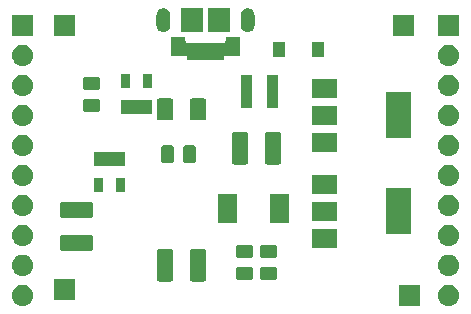
<source format=gbr>
G04 #@! TF.GenerationSoftware,KiCad,Pcbnew,(5.0.1)-3*
G04 #@! TF.CreationDate,2019-08-21T09:16:30-04:00*
G04 #@! TF.ProjectId,BMS Module,424D53204D6F64756C652E6B69636164,rev?*
G04 #@! TF.SameCoordinates,Original*
G04 #@! TF.FileFunction,Soldermask,Top*
G04 #@! TF.FilePolarity,Negative*
%FSLAX46Y46*%
G04 Gerber Fmt 4.6, Leading zero omitted, Abs format (unit mm)*
G04 Created by KiCad (PCBNEW (5.0.1)-3) date 8/21/2019 9:16:30 AM*
%MOMM*%
%LPD*%
G01*
G04 APERTURE LIST*
%ADD10C,0.100000*%
G04 APERTURE END LIST*
D10*
G36*
X101964443Y-72003519D02*
X102030627Y-72010037D01*
X102143853Y-72044384D01*
X102200467Y-72061557D01*
X102339087Y-72135652D01*
X102356991Y-72145222D01*
X102392729Y-72174552D01*
X102494186Y-72257814D01*
X102577448Y-72359271D01*
X102606778Y-72395009D01*
X102606779Y-72395011D01*
X102690443Y-72551533D01*
X102690443Y-72551534D01*
X102741963Y-72721373D01*
X102759359Y-72898000D01*
X102741963Y-73074627D01*
X102707616Y-73187853D01*
X102690443Y-73244467D01*
X102665570Y-73291000D01*
X102606778Y-73400991D01*
X102577448Y-73436729D01*
X102494186Y-73538186D01*
X102392729Y-73621448D01*
X102356991Y-73650778D01*
X102356989Y-73650779D01*
X102200467Y-73734443D01*
X102143853Y-73751616D01*
X102030627Y-73785963D01*
X101964443Y-73792481D01*
X101898260Y-73799000D01*
X101809740Y-73799000D01*
X101743557Y-73792481D01*
X101677373Y-73785963D01*
X101564147Y-73751616D01*
X101507533Y-73734443D01*
X101351011Y-73650779D01*
X101351009Y-73650778D01*
X101315271Y-73621448D01*
X101213814Y-73538186D01*
X101130552Y-73436729D01*
X101101222Y-73400991D01*
X101042430Y-73291000D01*
X101017557Y-73244467D01*
X101000384Y-73187853D01*
X100966037Y-73074627D01*
X100948641Y-72898000D01*
X100966037Y-72721373D01*
X101017557Y-72551534D01*
X101017557Y-72551533D01*
X101101221Y-72395011D01*
X101101222Y-72395009D01*
X101130552Y-72359271D01*
X101213814Y-72257814D01*
X101315271Y-72174552D01*
X101351009Y-72145222D01*
X101368913Y-72135652D01*
X101507533Y-72061557D01*
X101564147Y-72044384D01*
X101677373Y-72010037D01*
X101743557Y-72003519D01*
X101809740Y-71997000D01*
X101898260Y-71997000D01*
X101964443Y-72003519D01*
X101964443Y-72003519D01*
G37*
G36*
X99453000Y-73799000D02*
X97651000Y-73799000D01*
X97651000Y-71997000D01*
X99453000Y-71997000D01*
X99453000Y-73799000D01*
X99453000Y-73799000D01*
G37*
G36*
X65896443Y-72003519D02*
X65962627Y-72010037D01*
X66075853Y-72044384D01*
X66132467Y-72061557D01*
X66271087Y-72135652D01*
X66288991Y-72145222D01*
X66324729Y-72174552D01*
X66426186Y-72257814D01*
X66509448Y-72359271D01*
X66538778Y-72395009D01*
X66538779Y-72395011D01*
X66622443Y-72551533D01*
X66622443Y-72551534D01*
X66673963Y-72721373D01*
X66691359Y-72898000D01*
X66673963Y-73074627D01*
X66639616Y-73187853D01*
X66622443Y-73244467D01*
X66597570Y-73291000D01*
X66538778Y-73400991D01*
X66509448Y-73436729D01*
X66426186Y-73538186D01*
X66324729Y-73621448D01*
X66288991Y-73650778D01*
X66288989Y-73650779D01*
X66132467Y-73734443D01*
X66075853Y-73751616D01*
X65962627Y-73785963D01*
X65896443Y-73792481D01*
X65830260Y-73799000D01*
X65741740Y-73799000D01*
X65675557Y-73792481D01*
X65609373Y-73785963D01*
X65496147Y-73751616D01*
X65439533Y-73734443D01*
X65283011Y-73650779D01*
X65283009Y-73650778D01*
X65247271Y-73621448D01*
X65145814Y-73538186D01*
X65062552Y-73436729D01*
X65033222Y-73400991D01*
X64974430Y-73291000D01*
X64949557Y-73244467D01*
X64932384Y-73187853D01*
X64898037Y-73074627D01*
X64880641Y-72898000D01*
X64898037Y-72721373D01*
X64949557Y-72551534D01*
X64949557Y-72551533D01*
X65033221Y-72395011D01*
X65033222Y-72395009D01*
X65062552Y-72359271D01*
X65145814Y-72257814D01*
X65247271Y-72174552D01*
X65283009Y-72145222D01*
X65300913Y-72135652D01*
X65439533Y-72061557D01*
X65496147Y-72044384D01*
X65609373Y-72010037D01*
X65675557Y-72003519D01*
X65741740Y-71997000D01*
X65830260Y-71997000D01*
X65896443Y-72003519D01*
X65896443Y-72003519D01*
G37*
G36*
X70243000Y-73291000D02*
X68441000Y-73291000D01*
X68441000Y-71489000D01*
X70243000Y-71489000D01*
X70243000Y-73291000D01*
X70243000Y-73291000D01*
G37*
G36*
X78366604Y-68986347D02*
X78403145Y-68997432D01*
X78436820Y-69015431D01*
X78466341Y-69039659D01*
X78490569Y-69069180D01*
X78508568Y-69102855D01*
X78519653Y-69139396D01*
X78524000Y-69183538D01*
X78524000Y-71532462D01*
X78519653Y-71576604D01*
X78508568Y-71613145D01*
X78490569Y-71646820D01*
X78466341Y-71676341D01*
X78436820Y-71700569D01*
X78403145Y-71718568D01*
X78366604Y-71729653D01*
X78322462Y-71734000D01*
X77373538Y-71734000D01*
X77329396Y-71729653D01*
X77292855Y-71718568D01*
X77259180Y-71700569D01*
X77229659Y-71676341D01*
X77205431Y-71646820D01*
X77187432Y-71613145D01*
X77176347Y-71576604D01*
X77172000Y-71532462D01*
X77172000Y-69183538D01*
X77176347Y-69139396D01*
X77187432Y-69102855D01*
X77205431Y-69069180D01*
X77229659Y-69039659D01*
X77259180Y-69015431D01*
X77292855Y-68997432D01*
X77329396Y-68986347D01*
X77373538Y-68982000D01*
X78322462Y-68982000D01*
X78366604Y-68986347D01*
X78366604Y-68986347D01*
G37*
G36*
X81166604Y-68986347D02*
X81203145Y-68997432D01*
X81236820Y-69015431D01*
X81266341Y-69039659D01*
X81290569Y-69069180D01*
X81308568Y-69102855D01*
X81319653Y-69139396D01*
X81324000Y-69183538D01*
X81324000Y-71532462D01*
X81319653Y-71576604D01*
X81308568Y-71613145D01*
X81290569Y-71646820D01*
X81266341Y-71676341D01*
X81236820Y-71700569D01*
X81203145Y-71718568D01*
X81166604Y-71729653D01*
X81122462Y-71734000D01*
X80173538Y-71734000D01*
X80129396Y-71729653D01*
X80092855Y-71718568D01*
X80059180Y-71700569D01*
X80029659Y-71676341D01*
X80005431Y-71646820D01*
X79987432Y-71613145D01*
X79976347Y-71576604D01*
X79972000Y-71532462D01*
X79972000Y-69183538D01*
X79976347Y-69139396D01*
X79987432Y-69102855D01*
X80005431Y-69069180D01*
X80029659Y-69039659D01*
X80059180Y-69015431D01*
X80092855Y-68997432D01*
X80129396Y-68986347D01*
X80173538Y-68982000D01*
X81122462Y-68982000D01*
X81166604Y-68986347D01*
X81166604Y-68986347D01*
G37*
G36*
X87198466Y-70507565D02*
X87237137Y-70519296D01*
X87272779Y-70538348D01*
X87304017Y-70563983D01*
X87329652Y-70595221D01*
X87348704Y-70630863D01*
X87360435Y-70669534D01*
X87365000Y-70715888D01*
X87365000Y-71367112D01*
X87360435Y-71413466D01*
X87348704Y-71452137D01*
X87329652Y-71487779D01*
X87304017Y-71519017D01*
X87272779Y-71544652D01*
X87237137Y-71563704D01*
X87198466Y-71575435D01*
X87152112Y-71580000D01*
X86075888Y-71580000D01*
X86029534Y-71575435D01*
X85990863Y-71563704D01*
X85955221Y-71544652D01*
X85923983Y-71519017D01*
X85898348Y-71487779D01*
X85879296Y-71452137D01*
X85867565Y-71413466D01*
X85863000Y-71367112D01*
X85863000Y-70715888D01*
X85867565Y-70669534D01*
X85879296Y-70630863D01*
X85898348Y-70595221D01*
X85923983Y-70563983D01*
X85955221Y-70538348D01*
X85990863Y-70519296D01*
X86029534Y-70507565D01*
X86075888Y-70503000D01*
X87152112Y-70503000D01*
X87198466Y-70507565D01*
X87198466Y-70507565D01*
G37*
G36*
X85166466Y-70507565D02*
X85205137Y-70519296D01*
X85240779Y-70538348D01*
X85272017Y-70563983D01*
X85297652Y-70595221D01*
X85316704Y-70630863D01*
X85328435Y-70669534D01*
X85333000Y-70715888D01*
X85333000Y-71367112D01*
X85328435Y-71413466D01*
X85316704Y-71452137D01*
X85297652Y-71487779D01*
X85272017Y-71519017D01*
X85240779Y-71544652D01*
X85205137Y-71563704D01*
X85166466Y-71575435D01*
X85120112Y-71580000D01*
X84043888Y-71580000D01*
X83997534Y-71575435D01*
X83958863Y-71563704D01*
X83923221Y-71544652D01*
X83891983Y-71519017D01*
X83866348Y-71487779D01*
X83847296Y-71452137D01*
X83835565Y-71413466D01*
X83831000Y-71367112D01*
X83831000Y-70715888D01*
X83835565Y-70669534D01*
X83847296Y-70630863D01*
X83866348Y-70595221D01*
X83891983Y-70563983D01*
X83923221Y-70538348D01*
X83958863Y-70519296D01*
X83997534Y-70507565D01*
X84043888Y-70503000D01*
X85120112Y-70503000D01*
X85166466Y-70507565D01*
X85166466Y-70507565D01*
G37*
G36*
X101964442Y-69463518D02*
X102030627Y-69470037D01*
X102143853Y-69504384D01*
X102200467Y-69521557D01*
X102232703Y-69538788D01*
X102356991Y-69605222D01*
X102366199Y-69612779D01*
X102494186Y-69717814D01*
X102577448Y-69819271D01*
X102606778Y-69855009D01*
X102606779Y-69855011D01*
X102690443Y-70011533D01*
X102690443Y-70011534D01*
X102741963Y-70181373D01*
X102759359Y-70358000D01*
X102741963Y-70534627D01*
X102712770Y-70630863D01*
X102690443Y-70704467D01*
X102616348Y-70843087D01*
X102606778Y-70860991D01*
X102577448Y-70896729D01*
X102494186Y-70998186D01*
X102392729Y-71081448D01*
X102356991Y-71110778D01*
X102356989Y-71110779D01*
X102200467Y-71194443D01*
X102143853Y-71211616D01*
X102030627Y-71245963D01*
X101964442Y-71252482D01*
X101898260Y-71259000D01*
X101809740Y-71259000D01*
X101743558Y-71252482D01*
X101677373Y-71245963D01*
X101564147Y-71211616D01*
X101507533Y-71194443D01*
X101351011Y-71110779D01*
X101351009Y-71110778D01*
X101315271Y-71081448D01*
X101213814Y-70998186D01*
X101130552Y-70896729D01*
X101101222Y-70860991D01*
X101091652Y-70843087D01*
X101017557Y-70704467D01*
X100995230Y-70630863D01*
X100966037Y-70534627D01*
X100948641Y-70358000D01*
X100966037Y-70181373D01*
X101017557Y-70011534D01*
X101017557Y-70011533D01*
X101101221Y-69855011D01*
X101101222Y-69855009D01*
X101130552Y-69819271D01*
X101213814Y-69717814D01*
X101341801Y-69612779D01*
X101351009Y-69605222D01*
X101475297Y-69538788D01*
X101507533Y-69521557D01*
X101564147Y-69504384D01*
X101677373Y-69470037D01*
X101743558Y-69463518D01*
X101809740Y-69457000D01*
X101898260Y-69457000D01*
X101964442Y-69463518D01*
X101964442Y-69463518D01*
G37*
G36*
X65896442Y-69463518D02*
X65962627Y-69470037D01*
X66075853Y-69504384D01*
X66132467Y-69521557D01*
X66164703Y-69538788D01*
X66288991Y-69605222D01*
X66298199Y-69612779D01*
X66426186Y-69717814D01*
X66509448Y-69819271D01*
X66538778Y-69855009D01*
X66538779Y-69855011D01*
X66622443Y-70011533D01*
X66622443Y-70011534D01*
X66673963Y-70181373D01*
X66691359Y-70358000D01*
X66673963Y-70534627D01*
X66644770Y-70630863D01*
X66622443Y-70704467D01*
X66548348Y-70843087D01*
X66538778Y-70860991D01*
X66509448Y-70896729D01*
X66426186Y-70998186D01*
X66324729Y-71081448D01*
X66288991Y-71110778D01*
X66288989Y-71110779D01*
X66132467Y-71194443D01*
X66075853Y-71211616D01*
X65962627Y-71245963D01*
X65896442Y-71252482D01*
X65830260Y-71259000D01*
X65741740Y-71259000D01*
X65675558Y-71252482D01*
X65609373Y-71245963D01*
X65496147Y-71211616D01*
X65439533Y-71194443D01*
X65283011Y-71110779D01*
X65283009Y-71110778D01*
X65247271Y-71081448D01*
X65145814Y-70998186D01*
X65062552Y-70896729D01*
X65033222Y-70860991D01*
X65023652Y-70843087D01*
X64949557Y-70704467D01*
X64927230Y-70630863D01*
X64898037Y-70534627D01*
X64880641Y-70358000D01*
X64898037Y-70181373D01*
X64949557Y-70011534D01*
X64949557Y-70011533D01*
X65033221Y-69855011D01*
X65033222Y-69855009D01*
X65062552Y-69819271D01*
X65145814Y-69717814D01*
X65273801Y-69612779D01*
X65283009Y-69605222D01*
X65407297Y-69538788D01*
X65439533Y-69521557D01*
X65496147Y-69504384D01*
X65609373Y-69470037D01*
X65675558Y-69463518D01*
X65741740Y-69457000D01*
X65830260Y-69457000D01*
X65896442Y-69463518D01*
X65896442Y-69463518D01*
G37*
G36*
X85166466Y-68632565D02*
X85205137Y-68644296D01*
X85240779Y-68663348D01*
X85272017Y-68688983D01*
X85297652Y-68720221D01*
X85316704Y-68755863D01*
X85328435Y-68794534D01*
X85333000Y-68840888D01*
X85333000Y-69492112D01*
X85328435Y-69538466D01*
X85316704Y-69577137D01*
X85297652Y-69612779D01*
X85272017Y-69644017D01*
X85240779Y-69669652D01*
X85205137Y-69688704D01*
X85166466Y-69700435D01*
X85120112Y-69705000D01*
X84043888Y-69705000D01*
X83997534Y-69700435D01*
X83958863Y-69688704D01*
X83923221Y-69669652D01*
X83891983Y-69644017D01*
X83866348Y-69612779D01*
X83847296Y-69577137D01*
X83835565Y-69538466D01*
X83831000Y-69492112D01*
X83831000Y-68840888D01*
X83835565Y-68794534D01*
X83847296Y-68755863D01*
X83866348Y-68720221D01*
X83891983Y-68688983D01*
X83923221Y-68663348D01*
X83958863Y-68644296D01*
X83997534Y-68632565D01*
X84043888Y-68628000D01*
X85120112Y-68628000D01*
X85166466Y-68632565D01*
X85166466Y-68632565D01*
G37*
G36*
X87198466Y-68632565D02*
X87237137Y-68644296D01*
X87272779Y-68663348D01*
X87304017Y-68688983D01*
X87329652Y-68720221D01*
X87348704Y-68755863D01*
X87360435Y-68794534D01*
X87365000Y-68840888D01*
X87365000Y-69492112D01*
X87360435Y-69538466D01*
X87348704Y-69577137D01*
X87329652Y-69612779D01*
X87304017Y-69644017D01*
X87272779Y-69669652D01*
X87237137Y-69688704D01*
X87198466Y-69700435D01*
X87152112Y-69705000D01*
X86075888Y-69705000D01*
X86029534Y-69700435D01*
X85990863Y-69688704D01*
X85955221Y-69669652D01*
X85923983Y-69644017D01*
X85898348Y-69612779D01*
X85879296Y-69577137D01*
X85867565Y-69538466D01*
X85863000Y-69492112D01*
X85863000Y-68840888D01*
X85867565Y-68794534D01*
X85879296Y-68755863D01*
X85898348Y-68720221D01*
X85923983Y-68688983D01*
X85955221Y-68663348D01*
X85990863Y-68644296D01*
X86029534Y-68632565D01*
X86075888Y-68628000D01*
X87152112Y-68628000D01*
X87198466Y-68632565D01*
X87198466Y-68632565D01*
G37*
G36*
X71576604Y-67784347D02*
X71613145Y-67795432D01*
X71646820Y-67813431D01*
X71676341Y-67837659D01*
X71700569Y-67867180D01*
X71718568Y-67900855D01*
X71729653Y-67937396D01*
X71734000Y-67981538D01*
X71734000Y-68930462D01*
X71729653Y-68974604D01*
X71718568Y-69011145D01*
X71700569Y-69044820D01*
X71676341Y-69074341D01*
X71646820Y-69098569D01*
X71613145Y-69116568D01*
X71576604Y-69127653D01*
X71532462Y-69132000D01*
X69183538Y-69132000D01*
X69139396Y-69127653D01*
X69102855Y-69116568D01*
X69069180Y-69098569D01*
X69039659Y-69074341D01*
X69015431Y-69044820D01*
X68997432Y-69011145D01*
X68986347Y-68974604D01*
X68982000Y-68930462D01*
X68982000Y-67981538D01*
X68986347Y-67937396D01*
X68997432Y-67900855D01*
X69015431Y-67867180D01*
X69039659Y-67837659D01*
X69069180Y-67813431D01*
X69102855Y-67795432D01*
X69139396Y-67784347D01*
X69183538Y-67780000D01*
X71532462Y-67780000D01*
X71576604Y-67784347D01*
X71576604Y-67784347D01*
G37*
G36*
X92389000Y-68887000D02*
X90287000Y-68887000D01*
X90287000Y-67285000D01*
X92389000Y-67285000D01*
X92389000Y-68887000D01*
X92389000Y-68887000D01*
G37*
G36*
X65896443Y-66923519D02*
X65962627Y-66930037D01*
X66075853Y-66964384D01*
X66132467Y-66981557D01*
X66271087Y-67055652D01*
X66288991Y-67065222D01*
X66324729Y-67094552D01*
X66426186Y-67177814D01*
X66509448Y-67279271D01*
X66538778Y-67315009D01*
X66538779Y-67315011D01*
X66622443Y-67471533D01*
X66622443Y-67471534D01*
X66673963Y-67641373D01*
X66691359Y-67818000D01*
X66673963Y-67994627D01*
X66657044Y-68050400D01*
X66622443Y-68164467D01*
X66548348Y-68303087D01*
X66538778Y-68320991D01*
X66509448Y-68356729D01*
X66426186Y-68458186D01*
X66324729Y-68541448D01*
X66288991Y-68570778D01*
X66288989Y-68570779D01*
X66132467Y-68654443D01*
X66075853Y-68671616D01*
X65962627Y-68705963D01*
X65896443Y-68712481D01*
X65830260Y-68719000D01*
X65741740Y-68719000D01*
X65675557Y-68712481D01*
X65609373Y-68705963D01*
X65496147Y-68671616D01*
X65439533Y-68654443D01*
X65283011Y-68570779D01*
X65283009Y-68570778D01*
X65247271Y-68541448D01*
X65145814Y-68458186D01*
X65062552Y-68356729D01*
X65033222Y-68320991D01*
X65023652Y-68303087D01*
X64949557Y-68164467D01*
X64914956Y-68050400D01*
X64898037Y-67994627D01*
X64880641Y-67818000D01*
X64898037Y-67641373D01*
X64949557Y-67471534D01*
X64949557Y-67471533D01*
X65033221Y-67315011D01*
X65033222Y-67315009D01*
X65062552Y-67279271D01*
X65145814Y-67177814D01*
X65247271Y-67094552D01*
X65283009Y-67065222D01*
X65300913Y-67055652D01*
X65439533Y-66981557D01*
X65496147Y-66964384D01*
X65609373Y-66930037D01*
X65675557Y-66923519D01*
X65741740Y-66917000D01*
X65830260Y-66917000D01*
X65896443Y-66923519D01*
X65896443Y-66923519D01*
G37*
G36*
X101964443Y-66923519D02*
X102030627Y-66930037D01*
X102143853Y-66964384D01*
X102200467Y-66981557D01*
X102339087Y-67055652D01*
X102356991Y-67065222D01*
X102392729Y-67094552D01*
X102494186Y-67177814D01*
X102577448Y-67279271D01*
X102606778Y-67315009D01*
X102606779Y-67315011D01*
X102690443Y-67471533D01*
X102690443Y-67471534D01*
X102741963Y-67641373D01*
X102759359Y-67818000D01*
X102741963Y-67994627D01*
X102725044Y-68050400D01*
X102690443Y-68164467D01*
X102616348Y-68303087D01*
X102606778Y-68320991D01*
X102577448Y-68356729D01*
X102494186Y-68458186D01*
X102392729Y-68541448D01*
X102356991Y-68570778D01*
X102356989Y-68570779D01*
X102200467Y-68654443D01*
X102143853Y-68671616D01*
X102030627Y-68705963D01*
X101964443Y-68712481D01*
X101898260Y-68719000D01*
X101809740Y-68719000D01*
X101743557Y-68712481D01*
X101677373Y-68705963D01*
X101564147Y-68671616D01*
X101507533Y-68654443D01*
X101351011Y-68570779D01*
X101351009Y-68570778D01*
X101315271Y-68541448D01*
X101213814Y-68458186D01*
X101130552Y-68356729D01*
X101101222Y-68320991D01*
X101091652Y-68303087D01*
X101017557Y-68164467D01*
X100982956Y-68050400D01*
X100966037Y-67994627D01*
X100948641Y-67818000D01*
X100966037Y-67641373D01*
X101017557Y-67471534D01*
X101017557Y-67471533D01*
X101101221Y-67315011D01*
X101101222Y-67315009D01*
X101130552Y-67279271D01*
X101213814Y-67177814D01*
X101315271Y-67094552D01*
X101351009Y-67065222D01*
X101368913Y-67055652D01*
X101507533Y-66981557D01*
X101564147Y-66964384D01*
X101677373Y-66930037D01*
X101743557Y-66923519D01*
X101809740Y-66917000D01*
X101898260Y-66917000D01*
X101964443Y-66923519D01*
X101964443Y-66923519D01*
G37*
G36*
X98689000Y-67737000D02*
X96587000Y-67737000D01*
X96587000Y-63835000D01*
X98689000Y-63835000D01*
X98689000Y-67737000D01*
X98689000Y-67737000D01*
G37*
G36*
X83920000Y-66783000D02*
X82368000Y-66783000D01*
X82368000Y-64281000D01*
X83920000Y-64281000D01*
X83920000Y-66783000D01*
X83920000Y-66783000D01*
G37*
G36*
X88320000Y-66783000D02*
X86768000Y-66783000D01*
X86768000Y-64281000D01*
X88320000Y-64281000D01*
X88320000Y-66783000D01*
X88320000Y-66783000D01*
G37*
G36*
X92389000Y-66587000D02*
X90287000Y-66587000D01*
X90287000Y-64985000D01*
X92389000Y-64985000D01*
X92389000Y-66587000D01*
X92389000Y-66587000D01*
G37*
G36*
X71576604Y-64984347D02*
X71613145Y-64995432D01*
X71646820Y-65013431D01*
X71676341Y-65037659D01*
X71700569Y-65067180D01*
X71718568Y-65100855D01*
X71729653Y-65137396D01*
X71734000Y-65181538D01*
X71734000Y-66130462D01*
X71729653Y-66174604D01*
X71718568Y-66211145D01*
X71700569Y-66244820D01*
X71676341Y-66274341D01*
X71646820Y-66298569D01*
X71613145Y-66316568D01*
X71576604Y-66327653D01*
X71532462Y-66332000D01*
X69183538Y-66332000D01*
X69139396Y-66327653D01*
X69102855Y-66316568D01*
X69069180Y-66298569D01*
X69039659Y-66274341D01*
X69015431Y-66244820D01*
X68997432Y-66211145D01*
X68986347Y-66174604D01*
X68982000Y-66130462D01*
X68982000Y-65181538D01*
X68986347Y-65137396D01*
X68997432Y-65100855D01*
X69015431Y-65067180D01*
X69039659Y-65037659D01*
X69069180Y-65013431D01*
X69102855Y-64995432D01*
X69139396Y-64984347D01*
X69183538Y-64980000D01*
X71532462Y-64980000D01*
X71576604Y-64984347D01*
X71576604Y-64984347D01*
G37*
G36*
X65896443Y-64383519D02*
X65962627Y-64390037D01*
X66075853Y-64424384D01*
X66132467Y-64441557D01*
X66271087Y-64515652D01*
X66288991Y-64525222D01*
X66324729Y-64554552D01*
X66426186Y-64637814D01*
X66509448Y-64739271D01*
X66538778Y-64775009D01*
X66538779Y-64775011D01*
X66622443Y-64931533D01*
X66622443Y-64931534D01*
X66673963Y-65101373D01*
X66691359Y-65278000D01*
X66673963Y-65454627D01*
X66665356Y-65483000D01*
X66622443Y-65624467D01*
X66548348Y-65763087D01*
X66538778Y-65780991D01*
X66509448Y-65816729D01*
X66426186Y-65918186D01*
X66324729Y-66001448D01*
X66288991Y-66030778D01*
X66288989Y-66030779D01*
X66132467Y-66114443D01*
X66079658Y-66130462D01*
X65962627Y-66165963D01*
X65896442Y-66172482D01*
X65830260Y-66179000D01*
X65741740Y-66179000D01*
X65675558Y-66172482D01*
X65609373Y-66165963D01*
X65492342Y-66130462D01*
X65439533Y-66114443D01*
X65283011Y-66030779D01*
X65283009Y-66030778D01*
X65247271Y-66001448D01*
X65145814Y-65918186D01*
X65062552Y-65816729D01*
X65033222Y-65780991D01*
X65023652Y-65763087D01*
X64949557Y-65624467D01*
X64906644Y-65483000D01*
X64898037Y-65454627D01*
X64880641Y-65278000D01*
X64898037Y-65101373D01*
X64949557Y-64931534D01*
X64949557Y-64931533D01*
X65033221Y-64775011D01*
X65033222Y-64775009D01*
X65062552Y-64739271D01*
X65145814Y-64637814D01*
X65247271Y-64554552D01*
X65283009Y-64525222D01*
X65300913Y-64515652D01*
X65439533Y-64441557D01*
X65496147Y-64424384D01*
X65609373Y-64390037D01*
X65675557Y-64383519D01*
X65741740Y-64377000D01*
X65830260Y-64377000D01*
X65896443Y-64383519D01*
X65896443Y-64383519D01*
G37*
G36*
X101964443Y-64383519D02*
X102030627Y-64390037D01*
X102143853Y-64424384D01*
X102200467Y-64441557D01*
X102339087Y-64515652D01*
X102356991Y-64525222D01*
X102392729Y-64554552D01*
X102494186Y-64637814D01*
X102577448Y-64739271D01*
X102606778Y-64775009D01*
X102606779Y-64775011D01*
X102690443Y-64931533D01*
X102690443Y-64931534D01*
X102741963Y-65101373D01*
X102759359Y-65278000D01*
X102741963Y-65454627D01*
X102733356Y-65483000D01*
X102690443Y-65624467D01*
X102616348Y-65763087D01*
X102606778Y-65780991D01*
X102577448Y-65816729D01*
X102494186Y-65918186D01*
X102392729Y-66001448D01*
X102356991Y-66030778D01*
X102356989Y-66030779D01*
X102200467Y-66114443D01*
X102147658Y-66130462D01*
X102030627Y-66165963D01*
X101964442Y-66172482D01*
X101898260Y-66179000D01*
X101809740Y-66179000D01*
X101743558Y-66172482D01*
X101677373Y-66165963D01*
X101560342Y-66130462D01*
X101507533Y-66114443D01*
X101351011Y-66030779D01*
X101351009Y-66030778D01*
X101315271Y-66001448D01*
X101213814Y-65918186D01*
X101130552Y-65816729D01*
X101101222Y-65780991D01*
X101091652Y-65763087D01*
X101017557Y-65624467D01*
X100974644Y-65483000D01*
X100966037Y-65454627D01*
X100948641Y-65278000D01*
X100966037Y-65101373D01*
X101017557Y-64931534D01*
X101017557Y-64931533D01*
X101101221Y-64775011D01*
X101101222Y-64775009D01*
X101130552Y-64739271D01*
X101213814Y-64637814D01*
X101315271Y-64554552D01*
X101351009Y-64525222D01*
X101368913Y-64515652D01*
X101507533Y-64441557D01*
X101564147Y-64424384D01*
X101677373Y-64390037D01*
X101743557Y-64383519D01*
X101809740Y-64377000D01*
X101898260Y-64377000D01*
X101964443Y-64383519D01*
X101964443Y-64383519D01*
G37*
G36*
X92389000Y-64287000D02*
X90287000Y-64287000D01*
X90287000Y-62685000D01*
X92389000Y-62685000D01*
X92389000Y-64287000D01*
X92389000Y-64287000D01*
G37*
G36*
X72578000Y-64165000D02*
X71826000Y-64165000D01*
X71826000Y-63003000D01*
X72578000Y-63003000D01*
X72578000Y-64165000D01*
X72578000Y-64165000D01*
G37*
G36*
X74478000Y-64165000D02*
X73726000Y-64165000D01*
X73726000Y-63003000D01*
X74478000Y-63003000D01*
X74478000Y-64165000D01*
X74478000Y-64165000D01*
G37*
G36*
X65896443Y-61843519D02*
X65962627Y-61850037D01*
X66075853Y-61884384D01*
X66132467Y-61901557D01*
X66251159Y-61965000D01*
X66288991Y-61985222D01*
X66324729Y-62014552D01*
X66426186Y-62097814D01*
X66509448Y-62199271D01*
X66538778Y-62235009D01*
X66538779Y-62235011D01*
X66622443Y-62391533D01*
X66622443Y-62391534D01*
X66673963Y-62561373D01*
X66691359Y-62738000D01*
X66673963Y-62914627D01*
X66647155Y-63003000D01*
X66622443Y-63084467D01*
X66548348Y-63223087D01*
X66538778Y-63240991D01*
X66509448Y-63276729D01*
X66426186Y-63378186D01*
X66324729Y-63461448D01*
X66288991Y-63490778D01*
X66288989Y-63490779D01*
X66132467Y-63574443D01*
X66075853Y-63591616D01*
X65962627Y-63625963D01*
X65896443Y-63632481D01*
X65830260Y-63639000D01*
X65741740Y-63639000D01*
X65675557Y-63632481D01*
X65609373Y-63625963D01*
X65496147Y-63591616D01*
X65439533Y-63574443D01*
X65283011Y-63490779D01*
X65283009Y-63490778D01*
X65247271Y-63461448D01*
X65145814Y-63378186D01*
X65062552Y-63276729D01*
X65033222Y-63240991D01*
X65023652Y-63223087D01*
X64949557Y-63084467D01*
X64924845Y-63003000D01*
X64898037Y-62914627D01*
X64880641Y-62738000D01*
X64898037Y-62561373D01*
X64949557Y-62391534D01*
X64949557Y-62391533D01*
X65033221Y-62235011D01*
X65033222Y-62235009D01*
X65062552Y-62199271D01*
X65145814Y-62097814D01*
X65247271Y-62014552D01*
X65283009Y-61985222D01*
X65320841Y-61965000D01*
X65439533Y-61901557D01*
X65496147Y-61884384D01*
X65609373Y-61850037D01*
X65675557Y-61843519D01*
X65741740Y-61837000D01*
X65830260Y-61837000D01*
X65896443Y-61843519D01*
X65896443Y-61843519D01*
G37*
G36*
X101964443Y-61843519D02*
X102030627Y-61850037D01*
X102143853Y-61884384D01*
X102200467Y-61901557D01*
X102319159Y-61965000D01*
X102356991Y-61985222D01*
X102392729Y-62014552D01*
X102494186Y-62097814D01*
X102577448Y-62199271D01*
X102606778Y-62235009D01*
X102606779Y-62235011D01*
X102690443Y-62391533D01*
X102690443Y-62391534D01*
X102741963Y-62561373D01*
X102759359Y-62738000D01*
X102741963Y-62914627D01*
X102715155Y-63003000D01*
X102690443Y-63084467D01*
X102616348Y-63223087D01*
X102606778Y-63240991D01*
X102577448Y-63276729D01*
X102494186Y-63378186D01*
X102392729Y-63461448D01*
X102356991Y-63490778D01*
X102356989Y-63490779D01*
X102200467Y-63574443D01*
X102143853Y-63591616D01*
X102030627Y-63625963D01*
X101964443Y-63632481D01*
X101898260Y-63639000D01*
X101809740Y-63639000D01*
X101743557Y-63632481D01*
X101677373Y-63625963D01*
X101564147Y-63591616D01*
X101507533Y-63574443D01*
X101351011Y-63490779D01*
X101351009Y-63490778D01*
X101315271Y-63461448D01*
X101213814Y-63378186D01*
X101130552Y-63276729D01*
X101101222Y-63240991D01*
X101091652Y-63223087D01*
X101017557Y-63084467D01*
X100992845Y-63003000D01*
X100966037Y-62914627D01*
X100948641Y-62738000D01*
X100966037Y-62561373D01*
X101017557Y-62391534D01*
X101017557Y-62391533D01*
X101101221Y-62235011D01*
X101101222Y-62235009D01*
X101130552Y-62199271D01*
X101213814Y-62097814D01*
X101315271Y-62014552D01*
X101351009Y-61985222D01*
X101388841Y-61965000D01*
X101507533Y-61901557D01*
X101564147Y-61884384D01*
X101677373Y-61850037D01*
X101743557Y-61843519D01*
X101809740Y-61837000D01*
X101898260Y-61837000D01*
X101964443Y-61843519D01*
X101964443Y-61843519D01*
G37*
G36*
X74478000Y-61965000D02*
X71826000Y-61965000D01*
X71826000Y-60803000D01*
X74478000Y-60803000D01*
X74478000Y-61965000D01*
X74478000Y-61965000D01*
G37*
G36*
X84716604Y-59080347D02*
X84753145Y-59091432D01*
X84786820Y-59109431D01*
X84816341Y-59133659D01*
X84840569Y-59163180D01*
X84858568Y-59196855D01*
X84869653Y-59233396D01*
X84874000Y-59277538D01*
X84874000Y-61626462D01*
X84869653Y-61670604D01*
X84858568Y-61707145D01*
X84840569Y-61740820D01*
X84816341Y-61770341D01*
X84786820Y-61794569D01*
X84753145Y-61812568D01*
X84716604Y-61823653D01*
X84672462Y-61828000D01*
X83723538Y-61828000D01*
X83679396Y-61823653D01*
X83642855Y-61812568D01*
X83609180Y-61794569D01*
X83579659Y-61770341D01*
X83555431Y-61740820D01*
X83537432Y-61707145D01*
X83526347Y-61670604D01*
X83522000Y-61626462D01*
X83522000Y-59277538D01*
X83526347Y-59233396D01*
X83537432Y-59196855D01*
X83555431Y-59163180D01*
X83579659Y-59133659D01*
X83609180Y-59109431D01*
X83642855Y-59091432D01*
X83679396Y-59080347D01*
X83723538Y-59076000D01*
X84672462Y-59076000D01*
X84716604Y-59080347D01*
X84716604Y-59080347D01*
G37*
G36*
X87516604Y-59080347D02*
X87553145Y-59091432D01*
X87586820Y-59109431D01*
X87616341Y-59133659D01*
X87640569Y-59163180D01*
X87658568Y-59196855D01*
X87669653Y-59233396D01*
X87674000Y-59277538D01*
X87674000Y-61626462D01*
X87669653Y-61670604D01*
X87658568Y-61707145D01*
X87640569Y-61740820D01*
X87616341Y-61770341D01*
X87586820Y-61794569D01*
X87553145Y-61812568D01*
X87516604Y-61823653D01*
X87472462Y-61828000D01*
X86523538Y-61828000D01*
X86479396Y-61823653D01*
X86442855Y-61812568D01*
X86409180Y-61794569D01*
X86379659Y-61770341D01*
X86355431Y-61740820D01*
X86337432Y-61707145D01*
X86326347Y-61670604D01*
X86322000Y-61626462D01*
X86322000Y-59277538D01*
X86326347Y-59233396D01*
X86337432Y-59196855D01*
X86355431Y-59163180D01*
X86379659Y-59133659D01*
X86409180Y-59109431D01*
X86442855Y-59091432D01*
X86479396Y-59080347D01*
X86523538Y-59076000D01*
X87472462Y-59076000D01*
X87516604Y-59080347D01*
X87516604Y-59080347D01*
G37*
G36*
X78428466Y-60213565D02*
X78467137Y-60225296D01*
X78502779Y-60244348D01*
X78534017Y-60269983D01*
X78559652Y-60301221D01*
X78578704Y-60336863D01*
X78590435Y-60375534D01*
X78595000Y-60421888D01*
X78595000Y-61498112D01*
X78590435Y-61544466D01*
X78578704Y-61583137D01*
X78559652Y-61618779D01*
X78534017Y-61650017D01*
X78502779Y-61675652D01*
X78467137Y-61694704D01*
X78428466Y-61706435D01*
X78382112Y-61711000D01*
X77730888Y-61711000D01*
X77684534Y-61706435D01*
X77645863Y-61694704D01*
X77610221Y-61675652D01*
X77578983Y-61650017D01*
X77553348Y-61618779D01*
X77534296Y-61583137D01*
X77522565Y-61544466D01*
X77518000Y-61498112D01*
X77518000Y-60421888D01*
X77522565Y-60375534D01*
X77534296Y-60336863D01*
X77553348Y-60301221D01*
X77578983Y-60269983D01*
X77610221Y-60244348D01*
X77645863Y-60225296D01*
X77684534Y-60213565D01*
X77730888Y-60209000D01*
X78382112Y-60209000D01*
X78428466Y-60213565D01*
X78428466Y-60213565D01*
G37*
G36*
X80303466Y-60213565D02*
X80342137Y-60225296D01*
X80377779Y-60244348D01*
X80409017Y-60269983D01*
X80434652Y-60301221D01*
X80453704Y-60336863D01*
X80465435Y-60375534D01*
X80470000Y-60421888D01*
X80470000Y-61498112D01*
X80465435Y-61544466D01*
X80453704Y-61583137D01*
X80434652Y-61618779D01*
X80409017Y-61650017D01*
X80377779Y-61675652D01*
X80342137Y-61694704D01*
X80303466Y-61706435D01*
X80257112Y-61711000D01*
X79605888Y-61711000D01*
X79559534Y-61706435D01*
X79520863Y-61694704D01*
X79485221Y-61675652D01*
X79453983Y-61650017D01*
X79428348Y-61618779D01*
X79409296Y-61583137D01*
X79397565Y-61544466D01*
X79393000Y-61498112D01*
X79393000Y-60421888D01*
X79397565Y-60375534D01*
X79409296Y-60336863D01*
X79428348Y-60301221D01*
X79453983Y-60269983D01*
X79485221Y-60244348D01*
X79520863Y-60225296D01*
X79559534Y-60213565D01*
X79605888Y-60209000D01*
X80257112Y-60209000D01*
X80303466Y-60213565D01*
X80303466Y-60213565D01*
G37*
G36*
X101964442Y-59303518D02*
X102030627Y-59310037D01*
X102143853Y-59344384D01*
X102200467Y-59361557D01*
X102339087Y-59435652D01*
X102356991Y-59445222D01*
X102392729Y-59474552D01*
X102494186Y-59557814D01*
X102577448Y-59659271D01*
X102606778Y-59695009D01*
X102606779Y-59695011D01*
X102690443Y-59851533D01*
X102690443Y-59851534D01*
X102741963Y-60021373D01*
X102759359Y-60198000D01*
X102741963Y-60374627D01*
X102710529Y-60478250D01*
X102690443Y-60544467D01*
X102616348Y-60683087D01*
X102606778Y-60700991D01*
X102577448Y-60736729D01*
X102494186Y-60838186D01*
X102392729Y-60921448D01*
X102356991Y-60950778D01*
X102356989Y-60950779D01*
X102200467Y-61034443D01*
X102143853Y-61051616D01*
X102030627Y-61085963D01*
X101964442Y-61092482D01*
X101898260Y-61099000D01*
X101809740Y-61099000D01*
X101743558Y-61092482D01*
X101677373Y-61085963D01*
X101564147Y-61051616D01*
X101507533Y-61034443D01*
X101351011Y-60950779D01*
X101351009Y-60950778D01*
X101315271Y-60921448D01*
X101213814Y-60838186D01*
X101130552Y-60736729D01*
X101101222Y-60700991D01*
X101091652Y-60683087D01*
X101017557Y-60544467D01*
X100997471Y-60478250D01*
X100966037Y-60374627D01*
X100948641Y-60198000D01*
X100966037Y-60021373D01*
X101017557Y-59851534D01*
X101017557Y-59851533D01*
X101101221Y-59695011D01*
X101101222Y-59695009D01*
X101130552Y-59659271D01*
X101213814Y-59557814D01*
X101315271Y-59474552D01*
X101351009Y-59445222D01*
X101368913Y-59435652D01*
X101507533Y-59361557D01*
X101564147Y-59344384D01*
X101677373Y-59310037D01*
X101743558Y-59303518D01*
X101809740Y-59297000D01*
X101898260Y-59297000D01*
X101964442Y-59303518D01*
X101964442Y-59303518D01*
G37*
G36*
X65896442Y-59303518D02*
X65962627Y-59310037D01*
X66075853Y-59344384D01*
X66132467Y-59361557D01*
X66271087Y-59435652D01*
X66288991Y-59445222D01*
X66324729Y-59474552D01*
X66426186Y-59557814D01*
X66509448Y-59659271D01*
X66538778Y-59695009D01*
X66538779Y-59695011D01*
X66622443Y-59851533D01*
X66622443Y-59851534D01*
X66673963Y-60021373D01*
X66691359Y-60198000D01*
X66673963Y-60374627D01*
X66642529Y-60478250D01*
X66622443Y-60544467D01*
X66548348Y-60683087D01*
X66538778Y-60700991D01*
X66509448Y-60736729D01*
X66426186Y-60838186D01*
X66324729Y-60921448D01*
X66288991Y-60950778D01*
X66288989Y-60950779D01*
X66132467Y-61034443D01*
X66075853Y-61051616D01*
X65962627Y-61085963D01*
X65896442Y-61092482D01*
X65830260Y-61099000D01*
X65741740Y-61099000D01*
X65675558Y-61092482D01*
X65609373Y-61085963D01*
X65496147Y-61051616D01*
X65439533Y-61034443D01*
X65283011Y-60950779D01*
X65283009Y-60950778D01*
X65247271Y-60921448D01*
X65145814Y-60838186D01*
X65062552Y-60736729D01*
X65033222Y-60700991D01*
X65023652Y-60683087D01*
X64949557Y-60544467D01*
X64929471Y-60478250D01*
X64898037Y-60374627D01*
X64880641Y-60198000D01*
X64898037Y-60021373D01*
X64949557Y-59851534D01*
X64949557Y-59851533D01*
X65033221Y-59695011D01*
X65033222Y-59695009D01*
X65062552Y-59659271D01*
X65145814Y-59557814D01*
X65247271Y-59474552D01*
X65283009Y-59445222D01*
X65300913Y-59435652D01*
X65439533Y-59361557D01*
X65496147Y-59344384D01*
X65609373Y-59310037D01*
X65675558Y-59303518D01*
X65741740Y-59297000D01*
X65830260Y-59297000D01*
X65896442Y-59303518D01*
X65896442Y-59303518D01*
G37*
G36*
X92389000Y-60759000D02*
X90287000Y-60759000D01*
X90287000Y-59157000D01*
X92389000Y-59157000D01*
X92389000Y-60759000D01*
X92389000Y-60759000D01*
G37*
G36*
X98689000Y-59609000D02*
X96587000Y-59609000D01*
X96587000Y-55707000D01*
X98689000Y-55707000D01*
X98689000Y-59609000D01*
X98689000Y-59609000D01*
G37*
G36*
X65896443Y-56763519D02*
X65962627Y-56770037D01*
X66075853Y-56804384D01*
X66132467Y-56821557D01*
X66198775Y-56857000D01*
X66288991Y-56905222D01*
X66324729Y-56934552D01*
X66426186Y-57017814D01*
X66482759Y-57086750D01*
X66538778Y-57155009D01*
X66538779Y-57155011D01*
X66622443Y-57311533D01*
X66622443Y-57311534D01*
X66673963Y-57481373D01*
X66691359Y-57658000D01*
X66673963Y-57834627D01*
X66648489Y-57918604D01*
X66622443Y-58004467D01*
X66586531Y-58071653D01*
X66538778Y-58160991D01*
X66509448Y-58196729D01*
X66426186Y-58298186D01*
X66324729Y-58381448D01*
X66288991Y-58410778D01*
X66288989Y-58410779D01*
X66132467Y-58494443D01*
X66075853Y-58511616D01*
X65962627Y-58545963D01*
X65896443Y-58552481D01*
X65830260Y-58559000D01*
X65741740Y-58559000D01*
X65675557Y-58552481D01*
X65609373Y-58545963D01*
X65496147Y-58511616D01*
X65439533Y-58494443D01*
X65283011Y-58410779D01*
X65283009Y-58410778D01*
X65247271Y-58381448D01*
X65145814Y-58298186D01*
X65062552Y-58196729D01*
X65033222Y-58160991D01*
X64985469Y-58071653D01*
X64949557Y-58004467D01*
X64923511Y-57918604D01*
X64898037Y-57834627D01*
X64880641Y-57658000D01*
X64898037Y-57481373D01*
X64949557Y-57311534D01*
X64949557Y-57311533D01*
X65033221Y-57155011D01*
X65033222Y-57155009D01*
X65089241Y-57086750D01*
X65145814Y-57017814D01*
X65247271Y-56934552D01*
X65283009Y-56905222D01*
X65373225Y-56857000D01*
X65439533Y-56821557D01*
X65496147Y-56804384D01*
X65609373Y-56770037D01*
X65675557Y-56763519D01*
X65741740Y-56757000D01*
X65830260Y-56757000D01*
X65896443Y-56763519D01*
X65896443Y-56763519D01*
G37*
G36*
X101964443Y-56763519D02*
X102030627Y-56770037D01*
X102143853Y-56804384D01*
X102200467Y-56821557D01*
X102266775Y-56857000D01*
X102356991Y-56905222D01*
X102392729Y-56934552D01*
X102494186Y-57017814D01*
X102550759Y-57086750D01*
X102606778Y-57155009D01*
X102606779Y-57155011D01*
X102690443Y-57311533D01*
X102690443Y-57311534D01*
X102741963Y-57481373D01*
X102759359Y-57658000D01*
X102741963Y-57834627D01*
X102716489Y-57918604D01*
X102690443Y-58004467D01*
X102654531Y-58071653D01*
X102606778Y-58160991D01*
X102577448Y-58196729D01*
X102494186Y-58298186D01*
X102392729Y-58381448D01*
X102356991Y-58410778D01*
X102356989Y-58410779D01*
X102200467Y-58494443D01*
X102143853Y-58511616D01*
X102030627Y-58545963D01*
X101964443Y-58552481D01*
X101898260Y-58559000D01*
X101809740Y-58559000D01*
X101743557Y-58552481D01*
X101677373Y-58545963D01*
X101564147Y-58511616D01*
X101507533Y-58494443D01*
X101351011Y-58410779D01*
X101351009Y-58410778D01*
X101315271Y-58381448D01*
X101213814Y-58298186D01*
X101130552Y-58196729D01*
X101101222Y-58160991D01*
X101053469Y-58071653D01*
X101017557Y-58004467D01*
X100991511Y-57918604D01*
X100966037Y-57834627D01*
X100948641Y-57658000D01*
X100966037Y-57481373D01*
X101017557Y-57311534D01*
X101017557Y-57311533D01*
X101101221Y-57155011D01*
X101101222Y-57155009D01*
X101157241Y-57086750D01*
X101213814Y-57017814D01*
X101315271Y-56934552D01*
X101351009Y-56905222D01*
X101441225Y-56857000D01*
X101507533Y-56821557D01*
X101564147Y-56804384D01*
X101677373Y-56770037D01*
X101743557Y-56763519D01*
X101809740Y-56757000D01*
X101898260Y-56757000D01*
X101964443Y-56763519D01*
X101964443Y-56763519D01*
G37*
G36*
X92389000Y-58459000D02*
X90287000Y-58459000D01*
X90287000Y-56857000D01*
X92389000Y-56857000D01*
X92389000Y-58459000D01*
X92389000Y-58459000D01*
G37*
G36*
X81166604Y-56228347D02*
X81203145Y-56239432D01*
X81236820Y-56257431D01*
X81266341Y-56281659D01*
X81290569Y-56311180D01*
X81308568Y-56344855D01*
X81319653Y-56381396D01*
X81324000Y-56425538D01*
X81324000Y-57874462D01*
X81319653Y-57918604D01*
X81308568Y-57955145D01*
X81290569Y-57988820D01*
X81266341Y-58018341D01*
X81236820Y-58042569D01*
X81203145Y-58060568D01*
X81166604Y-58071653D01*
X81122462Y-58076000D01*
X80173538Y-58076000D01*
X80129396Y-58071653D01*
X80092855Y-58060568D01*
X80059180Y-58042569D01*
X80029659Y-58018341D01*
X80005431Y-57988820D01*
X79987432Y-57955145D01*
X79976347Y-57918604D01*
X79972000Y-57874462D01*
X79972000Y-56425538D01*
X79976347Y-56381396D01*
X79987432Y-56344855D01*
X80005431Y-56311180D01*
X80029659Y-56281659D01*
X80059180Y-56257431D01*
X80092855Y-56239432D01*
X80129396Y-56228347D01*
X80173538Y-56224000D01*
X81122462Y-56224000D01*
X81166604Y-56228347D01*
X81166604Y-56228347D01*
G37*
G36*
X78366604Y-56228347D02*
X78403145Y-56239432D01*
X78436820Y-56257431D01*
X78466341Y-56281659D01*
X78490569Y-56311180D01*
X78508568Y-56344855D01*
X78519653Y-56381396D01*
X78524000Y-56425538D01*
X78524000Y-57874462D01*
X78519653Y-57918604D01*
X78508568Y-57955145D01*
X78490569Y-57988820D01*
X78466341Y-58018341D01*
X78436820Y-58042569D01*
X78403145Y-58060568D01*
X78366604Y-58071653D01*
X78322462Y-58076000D01*
X77373538Y-58076000D01*
X77329396Y-58071653D01*
X77292855Y-58060568D01*
X77259180Y-58042569D01*
X77229659Y-58018341D01*
X77205431Y-57988820D01*
X77187432Y-57955145D01*
X77176347Y-57918604D01*
X77172000Y-57874462D01*
X77172000Y-56425538D01*
X77176347Y-56381396D01*
X77187432Y-56344855D01*
X77205431Y-56311180D01*
X77229659Y-56281659D01*
X77259180Y-56257431D01*
X77292855Y-56239432D01*
X77329396Y-56228347D01*
X77373538Y-56224000D01*
X78322462Y-56224000D01*
X78366604Y-56228347D01*
X78366604Y-56228347D01*
G37*
G36*
X76764000Y-57561000D02*
X74112000Y-57561000D01*
X74112000Y-56399000D01*
X76764000Y-56399000D01*
X76764000Y-57561000D01*
X76764000Y-57561000D01*
G37*
G36*
X72212466Y-56283565D02*
X72251137Y-56295296D01*
X72286779Y-56314348D01*
X72318017Y-56339983D01*
X72343652Y-56371221D01*
X72362704Y-56406863D01*
X72374435Y-56445534D01*
X72379000Y-56491888D01*
X72379000Y-57143112D01*
X72374435Y-57189466D01*
X72362704Y-57228137D01*
X72343652Y-57263779D01*
X72318017Y-57295017D01*
X72286779Y-57320652D01*
X72251137Y-57339704D01*
X72212466Y-57351435D01*
X72166112Y-57356000D01*
X71089888Y-57356000D01*
X71043534Y-57351435D01*
X71004863Y-57339704D01*
X70969221Y-57320652D01*
X70937983Y-57295017D01*
X70912348Y-57263779D01*
X70893296Y-57228137D01*
X70881565Y-57189466D01*
X70877000Y-57143112D01*
X70877000Y-56491888D01*
X70881565Y-56445534D01*
X70893296Y-56406863D01*
X70912348Y-56371221D01*
X70937983Y-56339983D01*
X70969221Y-56314348D01*
X71004863Y-56295296D01*
X71043534Y-56283565D01*
X71089888Y-56279000D01*
X72166112Y-56279000D01*
X72212466Y-56283565D01*
X72212466Y-56283565D01*
G37*
G36*
X85203000Y-57027000D02*
X84301000Y-57027000D01*
X84301000Y-54225000D01*
X85203000Y-54225000D01*
X85203000Y-57027000D01*
X85203000Y-57027000D01*
G37*
G36*
X87403000Y-57027000D02*
X86501000Y-57027000D01*
X86501000Y-54225000D01*
X87403000Y-54225000D01*
X87403000Y-57027000D01*
X87403000Y-57027000D01*
G37*
G36*
X92389000Y-56159000D02*
X90287000Y-56159000D01*
X90287000Y-54557000D01*
X92389000Y-54557000D01*
X92389000Y-56159000D01*
X92389000Y-56159000D01*
G37*
G36*
X101964442Y-54223518D02*
X102030627Y-54230037D01*
X102143853Y-54264384D01*
X102200467Y-54281557D01*
X102339087Y-54355652D01*
X102356991Y-54365222D01*
X102392729Y-54394552D01*
X102494186Y-54477814D01*
X102559171Y-54557000D01*
X102606778Y-54615009D01*
X102606779Y-54615011D01*
X102690443Y-54771533D01*
X102690443Y-54771534D01*
X102741963Y-54941373D01*
X102759359Y-55118000D01*
X102741963Y-55294627D01*
X102735847Y-55314788D01*
X102690443Y-55464467D01*
X102616348Y-55603087D01*
X102606778Y-55620991D01*
X102577448Y-55656729D01*
X102494186Y-55758186D01*
X102392729Y-55841448D01*
X102356991Y-55870778D01*
X102356989Y-55870779D01*
X102200467Y-55954443D01*
X102143853Y-55971616D01*
X102030627Y-56005963D01*
X101964443Y-56012481D01*
X101898260Y-56019000D01*
X101809740Y-56019000D01*
X101743557Y-56012481D01*
X101677373Y-56005963D01*
X101564147Y-55971616D01*
X101507533Y-55954443D01*
X101351011Y-55870779D01*
X101351009Y-55870778D01*
X101315271Y-55841448D01*
X101213814Y-55758186D01*
X101130552Y-55656729D01*
X101101222Y-55620991D01*
X101091652Y-55603087D01*
X101017557Y-55464467D01*
X100972153Y-55314788D01*
X100966037Y-55294627D01*
X100948641Y-55118000D01*
X100966037Y-54941373D01*
X101017557Y-54771534D01*
X101017557Y-54771533D01*
X101101221Y-54615011D01*
X101101222Y-54615009D01*
X101148829Y-54557000D01*
X101213814Y-54477814D01*
X101315271Y-54394552D01*
X101351009Y-54365222D01*
X101368913Y-54355652D01*
X101507533Y-54281557D01*
X101564147Y-54264384D01*
X101677373Y-54230037D01*
X101743558Y-54223518D01*
X101809740Y-54217000D01*
X101898260Y-54217000D01*
X101964442Y-54223518D01*
X101964442Y-54223518D01*
G37*
G36*
X65896442Y-54223518D02*
X65962627Y-54230037D01*
X66075853Y-54264384D01*
X66132467Y-54281557D01*
X66271087Y-54355652D01*
X66288991Y-54365222D01*
X66324729Y-54394552D01*
X66426186Y-54477814D01*
X66491171Y-54557000D01*
X66538778Y-54615009D01*
X66538779Y-54615011D01*
X66622443Y-54771533D01*
X66622443Y-54771534D01*
X66673963Y-54941373D01*
X66691359Y-55118000D01*
X66673963Y-55294627D01*
X66667847Y-55314788D01*
X66622443Y-55464467D01*
X66548348Y-55603087D01*
X66538778Y-55620991D01*
X66509448Y-55656729D01*
X66426186Y-55758186D01*
X66324729Y-55841448D01*
X66288991Y-55870778D01*
X66288989Y-55870779D01*
X66132467Y-55954443D01*
X66075853Y-55971616D01*
X65962627Y-56005963D01*
X65896443Y-56012481D01*
X65830260Y-56019000D01*
X65741740Y-56019000D01*
X65675557Y-56012481D01*
X65609373Y-56005963D01*
X65496147Y-55971616D01*
X65439533Y-55954443D01*
X65283011Y-55870779D01*
X65283009Y-55870778D01*
X65247271Y-55841448D01*
X65145814Y-55758186D01*
X65062552Y-55656729D01*
X65033222Y-55620991D01*
X65023652Y-55603087D01*
X64949557Y-55464467D01*
X64904153Y-55314788D01*
X64898037Y-55294627D01*
X64880641Y-55118000D01*
X64898037Y-54941373D01*
X64949557Y-54771534D01*
X64949557Y-54771533D01*
X65033221Y-54615011D01*
X65033222Y-54615009D01*
X65080829Y-54557000D01*
X65145814Y-54477814D01*
X65247271Y-54394552D01*
X65283009Y-54365222D01*
X65300913Y-54355652D01*
X65439533Y-54281557D01*
X65496147Y-54264384D01*
X65609373Y-54230037D01*
X65675558Y-54223518D01*
X65741740Y-54217000D01*
X65830260Y-54217000D01*
X65896442Y-54223518D01*
X65896442Y-54223518D01*
G37*
G36*
X72212466Y-54408565D02*
X72251137Y-54420296D01*
X72286779Y-54439348D01*
X72318017Y-54464983D01*
X72343652Y-54496221D01*
X72362704Y-54531863D01*
X72374435Y-54570534D01*
X72379000Y-54616888D01*
X72379000Y-55268112D01*
X72374435Y-55314466D01*
X72362704Y-55353137D01*
X72343652Y-55388779D01*
X72318017Y-55420017D01*
X72286779Y-55445652D01*
X72251137Y-55464704D01*
X72212466Y-55476435D01*
X72166112Y-55481000D01*
X71089888Y-55481000D01*
X71043534Y-55476435D01*
X71004863Y-55464704D01*
X70969221Y-55445652D01*
X70937983Y-55420017D01*
X70912348Y-55388779D01*
X70893296Y-55353137D01*
X70881565Y-55314466D01*
X70877000Y-55268112D01*
X70877000Y-54616888D01*
X70881565Y-54570534D01*
X70893296Y-54531863D01*
X70912348Y-54496221D01*
X70937983Y-54464983D01*
X70969221Y-54439348D01*
X71004863Y-54420296D01*
X71043534Y-54408565D01*
X71089888Y-54404000D01*
X72166112Y-54404000D01*
X72212466Y-54408565D01*
X72212466Y-54408565D01*
G37*
G36*
X74864000Y-55361000D02*
X74112000Y-55361000D01*
X74112000Y-54199000D01*
X74864000Y-54199000D01*
X74864000Y-55361000D01*
X74864000Y-55361000D01*
G37*
G36*
X76764000Y-55361000D02*
X76012000Y-55361000D01*
X76012000Y-54199000D01*
X76764000Y-54199000D01*
X76764000Y-55361000D01*
X76764000Y-55361000D01*
G37*
G36*
X65896442Y-51683518D02*
X65962627Y-51690037D01*
X66075853Y-51724384D01*
X66132467Y-51741557D01*
X66271087Y-51815652D01*
X66288991Y-51825222D01*
X66324729Y-51854552D01*
X66426186Y-51937814D01*
X66509448Y-52039271D01*
X66538778Y-52075009D01*
X66538779Y-52075011D01*
X66622443Y-52231533D01*
X66622443Y-52231534D01*
X66673963Y-52401373D01*
X66691359Y-52578000D01*
X66673963Y-52754627D01*
X66639616Y-52867853D01*
X66622443Y-52924467D01*
X66548348Y-53063087D01*
X66538778Y-53080991D01*
X66509448Y-53116729D01*
X66426186Y-53218186D01*
X66324729Y-53301448D01*
X66288991Y-53330778D01*
X66288989Y-53330779D01*
X66132467Y-53414443D01*
X66075853Y-53431616D01*
X65962627Y-53465963D01*
X65896443Y-53472481D01*
X65830260Y-53479000D01*
X65741740Y-53479000D01*
X65675557Y-53472481D01*
X65609373Y-53465963D01*
X65496147Y-53431616D01*
X65439533Y-53414443D01*
X65283011Y-53330779D01*
X65283009Y-53330778D01*
X65247271Y-53301448D01*
X65145814Y-53218186D01*
X65062552Y-53116729D01*
X65033222Y-53080991D01*
X65023652Y-53063087D01*
X64949557Y-52924467D01*
X64932384Y-52867853D01*
X64898037Y-52754627D01*
X64880641Y-52578000D01*
X64898037Y-52401373D01*
X64949557Y-52231534D01*
X64949557Y-52231533D01*
X65033221Y-52075011D01*
X65033222Y-52075009D01*
X65062552Y-52039271D01*
X65145814Y-51937814D01*
X65247271Y-51854552D01*
X65283009Y-51825222D01*
X65300913Y-51815652D01*
X65439533Y-51741557D01*
X65496147Y-51724384D01*
X65609373Y-51690037D01*
X65675558Y-51683518D01*
X65741740Y-51677000D01*
X65830260Y-51677000D01*
X65896442Y-51683518D01*
X65896442Y-51683518D01*
G37*
G36*
X101964442Y-51683518D02*
X102030627Y-51690037D01*
X102143853Y-51724384D01*
X102200467Y-51741557D01*
X102339087Y-51815652D01*
X102356991Y-51825222D01*
X102392729Y-51854552D01*
X102494186Y-51937814D01*
X102577448Y-52039271D01*
X102606778Y-52075009D01*
X102606779Y-52075011D01*
X102690443Y-52231533D01*
X102690443Y-52231534D01*
X102741963Y-52401373D01*
X102759359Y-52578000D01*
X102741963Y-52754627D01*
X102707616Y-52867853D01*
X102690443Y-52924467D01*
X102616348Y-53063087D01*
X102606778Y-53080991D01*
X102577448Y-53116729D01*
X102494186Y-53218186D01*
X102392729Y-53301448D01*
X102356991Y-53330778D01*
X102356989Y-53330779D01*
X102200467Y-53414443D01*
X102143853Y-53431616D01*
X102030627Y-53465963D01*
X101964443Y-53472481D01*
X101898260Y-53479000D01*
X101809740Y-53479000D01*
X101743557Y-53472481D01*
X101677373Y-53465963D01*
X101564147Y-53431616D01*
X101507533Y-53414443D01*
X101351011Y-53330779D01*
X101351009Y-53330778D01*
X101315271Y-53301448D01*
X101213814Y-53218186D01*
X101130552Y-53116729D01*
X101101222Y-53080991D01*
X101091652Y-53063087D01*
X101017557Y-52924467D01*
X101000384Y-52867853D01*
X100966037Y-52754627D01*
X100948641Y-52578000D01*
X100966037Y-52401373D01*
X101017557Y-52231534D01*
X101017557Y-52231533D01*
X101101221Y-52075011D01*
X101101222Y-52075009D01*
X101130552Y-52039271D01*
X101213814Y-51937814D01*
X101315271Y-51854552D01*
X101351009Y-51825222D01*
X101368913Y-51815652D01*
X101507533Y-51741557D01*
X101564147Y-51724384D01*
X101677373Y-51690037D01*
X101743558Y-51683518D01*
X101809740Y-51677000D01*
X101898260Y-51677000D01*
X101964442Y-51683518D01*
X101964442Y-51683518D01*
G37*
G36*
X79586000Y-51374000D02*
X79588402Y-51398386D01*
X79595515Y-51421835D01*
X79607066Y-51443446D01*
X79622612Y-51462388D01*
X79641554Y-51477934D01*
X79663165Y-51489485D01*
X79686614Y-51496598D01*
X79711000Y-51499000D01*
X82849000Y-51499000D01*
X82873386Y-51496598D01*
X82896835Y-51489485D01*
X82918446Y-51477934D01*
X82937388Y-51462388D01*
X82952934Y-51443446D01*
X82964485Y-51421835D01*
X82971598Y-51398386D01*
X82974000Y-51374000D01*
X82974000Y-51054000D01*
X84226000Y-51054000D01*
X84226000Y-52606000D01*
X82956000Y-52606000D01*
X82931614Y-52608402D01*
X82908165Y-52615515D01*
X82886554Y-52627066D01*
X82867612Y-52642612D01*
X82852066Y-52661554D01*
X82840515Y-52683165D01*
X82833402Y-52706614D01*
X82831000Y-52731000D01*
X82831000Y-53001000D01*
X79729000Y-53001000D01*
X79729000Y-52731000D01*
X79726598Y-52706614D01*
X79719485Y-52683165D01*
X79707934Y-52661554D01*
X79692388Y-52642612D01*
X79673446Y-52627066D01*
X79651835Y-52615515D01*
X79628386Y-52608402D01*
X79604000Y-52606000D01*
X78334000Y-52606000D01*
X78334000Y-51054000D01*
X79586000Y-51054000D01*
X79586000Y-51374000D01*
X79586000Y-51374000D01*
G37*
G36*
X88005000Y-52721000D02*
X87003000Y-52721000D01*
X87003000Y-51419000D01*
X88005000Y-51419000D01*
X88005000Y-52721000D01*
X88005000Y-52721000D01*
G37*
G36*
X91305000Y-52721000D02*
X90303000Y-52721000D01*
X90303000Y-51419000D01*
X91305000Y-51419000D01*
X91305000Y-52721000D01*
X91305000Y-52721000D01*
G37*
G36*
X98945000Y-50939000D02*
X97143000Y-50939000D01*
X97143000Y-49137000D01*
X98945000Y-49137000D01*
X98945000Y-50939000D01*
X98945000Y-50939000D01*
G37*
G36*
X70243000Y-50939000D02*
X68441000Y-50939000D01*
X68441000Y-49137000D01*
X70243000Y-49137000D01*
X70243000Y-50939000D01*
X70243000Y-50939000D01*
G37*
G36*
X66687000Y-50939000D02*
X64885000Y-50939000D01*
X64885000Y-49137000D01*
X66687000Y-49137000D01*
X66687000Y-50939000D01*
X66687000Y-50939000D01*
G37*
G36*
X102755000Y-50939000D02*
X100953000Y-50939000D01*
X100953000Y-49137000D01*
X102755000Y-49137000D01*
X102755000Y-50939000D01*
X102755000Y-50939000D01*
G37*
G36*
X77817916Y-48607334D02*
X77926492Y-48640271D01*
X78026557Y-48693756D01*
X78114264Y-48765736D01*
X78186244Y-48853443D01*
X78239729Y-48953508D01*
X78272666Y-49062084D01*
X78281000Y-49146702D01*
X78281000Y-50053298D01*
X78272666Y-50137916D01*
X78239729Y-50246492D01*
X78186244Y-50346557D01*
X78114264Y-50434264D01*
X78026556Y-50506244D01*
X77926491Y-50559729D01*
X77817915Y-50592666D01*
X77705000Y-50603787D01*
X77592084Y-50592666D01*
X77483508Y-50559729D01*
X77383443Y-50506244D01*
X77295736Y-50434264D01*
X77223756Y-50346556D01*
X77170271Y-50246491D01*
X77137334Y-50137915D01*
X77129000Y-50053297D01*
X77129000Y-49146702D01*
X77137335Y-49062084D01*
X77170272Y-48953508D01*
X77223757Y-48853443D01*
X77295737Y-48765736D01*
X77383444Y-48693756D01*
X77483509Y-48640271D01*
X77592085Y-48607334D01*
X77705000Y-48596213D01*
X77817916Y-48607334D01*
X77817916Y-48607334D01*
G37*
G36*
X84967915Y-48607334D02*
X85076491Y-48640271D01*
X85176556Y-48693756D01*
X85264264Y-48765736D01*
X85336244Y-48853443D01*
X85389729Y-48953508D01*
X85422666Y-49062084D01*
X85431000Y-49146702D01*
X85431000Y-50053298D01*
X85422666Y-50137916D01*
X85389729Y-50246492D01*
X85336244Y-50346557D01*
X85264264Y-50434264D01*
X85176557Y-50506244D01*
X85076492Y-50559729D01*
X84967916Y-50592666D01*
X84855000Y-50603787D01*
X84742085Y-50592666D01*
X84633509Y-50559729D01*
X84533444Y-50506244D01*
X84445737Y-50434264D01*
X84373757Y-50346557D01*
X84320272Y-50246492D01*
X84287335Y-50137916D01*
X84279000Y-50053298D01*
X84279000Y-49146703D01*
X84287334Y-49062085D01*
X84320271Y-48953509D01*
X84373756Y-48853444D01*
X84445736Y-48765736D01*
X84533443Y-48693756D01*
X84633508Y-48640271D01*
X84742084Y-48607334D01*
X84855000Y-48596213D01*
X84967915Y-48607334D01*
X84967915Y-48607334D01*
G37*
G36*
X81081000Y-50601000D02*
X79229000Y-50601000D01*
X79229000Y-48599000D01*
X81081000Y-48599000D01*
X81081000Y-50601000D01*
X81081000Y-50601000D01*
G37*
G36*
X83331000Y-50601000D02*
X81479000Y-50601000D01*
X81479000Y-48599000D01*
X83331000Y-48599000D01*
X83331000Y-50601000D01*
X83331000Y-50601000D01*
G37*
M02*

</source>
